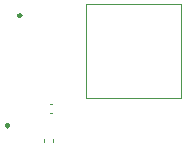
<source format=gbr>
%TF.GenerationSoftware,KiCad,Pcbnew,9.0.6-rc1*%
%TF.CreationDate,2025-12-13T16:16:27+01:00*%
%TF.ProjectId,hardware_V8,68617264-7761-4726-955f-56382e6b6963,rev?*%
%TF.SameCoordinates,Original*%
%TF.FileFunction,Legend,Bot*%
%TF.FilePolarity,Positive*%
%FSLAX46Y46*%
G04 Gerber Fmt 4.6, Leading zero omitted, Abs format (unit mm)*
G04 Created by KiCad (PCBNEW 9.0.6-rc1) date 2025-12-13 16:16:27*
%MOMM*%
%LPD*%
G01*
G04 APERTURE LIST*
%ADD10C,0.100000*%
%ADD11C,0.250000*%
%ADD12C,0.120000*%
G04 APERTURE END LIST*
%TO.C,U3*%
D10*
X106200000Y-103600000D02*
X114200000Y-103600000D01*
X114200000Y-95600000D01*
X106200000Y-95600000D01*
X106200000Y-103600000D01*
D11*
%TO.C,IC6*%
X100690000Y-96625000D02*
G75*
G02*
X100440000Y-96625000I-125000J0D01*
G01*
X100440000Y-96625000D02*
G75*
G02*
X100690000Y-96625000I125000J0D01*
G01*
%TO.C,IC5*%
X99650000Y-105950000D02*
G75*
G02*
X99400000Y-105950000I-125000J0D01*
G01*
X99400000Y-105950000D02*
G75*
G02*
X99650000Y-105950000I125000J0D01*
G01*
D12*
%TO.C,C4*%
X103360000Y-107307836D02*
X103360000Y-107092164D01*
X102640000Y-107307836D02*
X102640000Y-107092164D01*
%TO.C,C1*%
X103092164Y-104860000D02*
X103307836Y-104860000D01*
X103092164Y-104140000D02*
X103307836Y-104140000D01*
%TD*%
M02*

</source>
